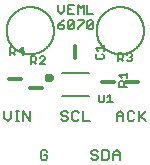
<source format=gbr>
G04 EAGLE Gerber RS-274X export*
G75*
%MOMM*%
%FSLAX34Y34*%
%LPD*%
%INSilkscreen Top*%
%IPPOS*%
%AMOC8*
5,1,8,0,0,1.08239X$1,22.5*%
G01*
%ADD10C,0.152400*%
%ADD11C,0.127000*%
%ADD12C,0.406400*%
%ADD13C,0.304800*%
%ADD14C,0.203200*%


D10*
X3528Y46235D02*
X3528Y40473D01*
X6410Y37592D01*
X9291Y40473D01*
X9291Y46235D01*
X12884Y37592D02*
X15765Y37592D01*
X14324Y37592D02*
X14324Y46235D01*
X12884Y46235D02*
X15765Y46235D01*
X19120Y46235D02*
X19120Y37592D01*
X24883Y37592D02*
X19120Y46235D01*
X24883Y46235D02*
X24883Y37592D01*
X38506Y13215D02*
X39947Y11775D01*
X38506Y13215D02*
X35625Y13215D01*
X34184Y11775D01*
X34184Y6013D01*
X35625Y4572D01*
X38506Y4572D01*
X39947Y6013D01*
X39947Y8894D01*
X37066Y8894D01*
X98489Y37592D02*
X98489Y43354D01*
X101370Y46235D01*
X104251Y43354D01*
X104251Y37592D01*
X104251Y41914D02*
X98489Y41914D01*
X112166Y46235D02*
X113607Y44795D01*
X112166Y46235D02*
X109285Y46235D01*
X107844Y44795D01*
X107844Y39033D01*
X109285Y37592D01*
X112166Y37592D01*
X113607Y39033D01*
X117200Y37592D02*
X117200Y46235D01*
X117200Y40473D02*
X122962Y46235D01*
X118640Y41914D02*
X122962Y37592D01*
X82661Y11775D02*
X81221Y13215D01*
X78340Y13215D01*
X76899Y11775D01*
X76899Y10334D01*
X78340Y8894D01*
X81221Y8894D01*
X82661Y7453D01*
X82661Y6013D01*
X81221Y4572D01*
X78340Y4572D01*
X76899Y6013D01*
X86254Y4572D02*
X86254Y13215D01*
X86254Y4572D02*
X90576Y4572D01*
X92017Y6013D01*
X92017Y11775D01*
X90576Y13215D01*
X86254Y13215D01*
X95610Y10334D02*
X95610Y4572D01*
X95610Y10334D02*
X98491Y13215D01*
X101372Y10334D01*
X101372Y4572D01*
X101372Y8894D02*
X95610Y8894D01*
X57261Y44795D02*
X55821Y46235D01*
X52940Y46235D01*
X51499Y44795D01*
X51499Y43354D01*
X52940Y41914D01*
X55821Y41914D01*
X57261Y40473D01*
X57261Y39033D01*
X55821Y37592D01*
X52940Y37592D01*
X51499Y39033D01*
X65176Y46235D02*
X66617Y44795D01*
X65176Y46235D02*
X62295Y46235D01*
X60854Y44795D01*
X60854Y39033D01*
X62295Y37592D01*
X65176Y37592D01*
X66617Y39033D01*
X70210Y37592D02*
X70210Y46235D01*
X70210Y37592D02*
X75972Y37592D01*
D11*
X49033Y131130D02*
X49033Y136214D01*
X49033Y131130D02*
X51576Y128588D01*
X54118Y131130D01*
X54118Y136214D01*
X57219Y136214D02*
X62304Y136214D01*
X57219Y136214D02*
X57219Y128588D01*
X62304Y128588D01*
X59761Y132401D02*
X57219Y132401D01*
X65405Y128588D02*
X65405Y136214D01*
X67947Y133672D01*
X70489Y136214D01*
X70489Y128588D01*
X73591Y128588D02*
X73591Y136214D01*
X73591Y128588D02*
X78675Y128588D01*
X54118Y122879D02*
X51576Y121608D01*
X49033Y119066D01*
X49033Y116524D01*
X50305Y115253D01*
X52847Y115253D01*
X54118Y116524D01*
X54118Y117795D01*
X52847Y119066D01*
X49033Y119066D01*
X57219Y116524D02*
X57219Y121608D01*
X58490Y122879D01*
X61032Y122879D01*
X62304Y121608D01*
X62304Y116524D01*
X61032Y115253D01*
X58490Y115253D01*
X57219Y116524D01*
X62304Y121608D01*
X65405Y122879D02*
X70489Y122879D01*
X70489Y121608D01*
X65405Y116524D01*
X65405Y115253D01*
X73591Y116524D02*
X73591Y121608D01*
X74862Y122879D01*
X77404Y122879D01*
X78675Y121608D01*
X78675Y116524D01*
X77404Y115253D01*
X74862Y115253D01*
X73591Y116524D01*
X78675Y121608D01*
X75000Y78580D02*
X52000Y78580D01*
X52000Y58580D02*
X75000Y58580D01*
D12*
X39419Y74580D02*
X39421Y74659D01*
X39427Y74739D01*
X39437Y74818D01*
X39451Y74896D01*
X39469Y74973D01*
X39490Y75050D01*
X39516Y75125D01*
X39545Y75199D01*
X39578Y75271D01*
X39615Y75342D01*
X39655Y75410D01*
X39698Y75477D01*
X39745Y75541D01*
X39795Y75603D01*
X39848Y75662D01*
X39903Y75719D01*
X39962Y75772D01*
X40023Y75823D01*
X40087Y75871D01*
X40153Y75915D01*
X40221Y75956D01*
X40291Y75993D01*
X40363Y76027D01*
X40437Y76057D01*
X40511Y76084D01*
X40588Y76106D01*
X40665Y76125D01*
X40743Y76140D01*
X40822Y76151D01*
X40901Y76158D01*
X40980Y76161D01*
X41060Y76160D01*
X41139Y76155D01*
X41218Y76146D01*
X41296Y76133D01*
X41374Y76116D01*
X41451Y76095D01*
X41526Y76071D01*
X41600Y76043D01*
X41673Y76011D01*
X41744Y75975D01*
X41813Y75936D01*
X41880Y75893D01*
X41945Y75847D01*
X42008Y75798D01*
X42068Y75746D01*
X42125Y75691D01*
X42179Y75633D01*
X42231Y75572D01*
X42279Y75509D01*
X42324Y75444D01*
X42366Y75376D01*
X42404Y75307D01*
X42439Y75235D01*
X42470Y75162D01*
X42497Y75087D01*
X42521Y75012D01*
X42541Y74935D01*
X42557Y74857D01*
X42569Y74778D01*
X42577Y74699D01*
X42581Y74620D01*
X42581Y74540D01*
X42577Y74461D01*
X42569Y74382D01*
X42557Y74303D01*
X42541Y74225D01*
X42521Y74148D01*
X42497Y74073D01*
X42470Y73998D01*
X42439Y73925D01*
X42404Y73853D01*
X42366Y73784D01*
X42324Y73716D01*
X42279Y73651D01*
X42231Y73588D01*
X42179Y73527D01*
X42125Y73469D01*
X42068Y73414D01*
X42008Y73362D01*
X41945Y73313D01*
X41880Y73267D01*
X41813Y73224D01*
X41744Y73185D01*
X41673Y73149D01*
X41600Y73117D01*
X41526Y73089D01*
X41451Y73065D01*
X41374Y73044D01*
X41296Y73027D01*
X41218Y73014D01*
X41139Y73005D01*
X41060Y73000D01*
X40980Y72999D01*
X40901Y73002D01*
X40822Y73009D01*
X40743Y73020D01*
X40665Y73035D01*
X40588Y73054D01*
X40511Y73076D01*
X40437Y73103D01*
X40363Y73133D01*
X40291Y73167D01*
X40221Y73204D01*
X40153Y73245D01*
X40087Y73289D01*
X40023Y73337D01*
X39962Y73388D01*
X39903Y73441D01*
X39848Y73498D01*
X39795Y73557D01*
X39745Y73619D01*
X39698Y73683D01*
X39655Y73750D01*
X39615Y73818D01*
X39578Y73889D01*
X39545Y73961D01*
X39516Y74035D01*
X39490Y74110D01*
X39469Y74187D01*
X39451Y74264D01*
X39437Y74342D01*
X39427Y74421D01*
X39421Y74501D01*
X39419Y74580D01*
D10*
X83232Y60052D02*
X83232Y54544D01*
X84334Y53442D01*
X86537Y53442D01*
X87638Y54544D01*
X87638Y60052D01*
X90716Y57848D02*
X92919Y60052D01*
X92919Y53442D01*
X90716Y53442D02*
X95123Y53442D01*
D13*
X63500Y91440D02*
X63500Y101600D01*
D10*
X80766Y93239D02*
X81868Y94340D01*
X80766Y93239D02*
X80766Y91035D01*
X81868Y89934D01*
X86274Y89934D01*
X87376Y91035D01*
X87376Y93239D01*
X86274Y94340D01*
X82970Y97418D02*
X80766Y99621D01*
X87376Y99621D01*
X87376Y97418D02*
X87376Y101824D01*
D13*
X86360Y71120D02*
X96520Y71120D01*
D10*
X100578Y66802D02*
X107188Y66802D01*
X100578Y66802D02*
X100578Y70107D01*
X101680Y71208D01*
X103883Y71208D01*
X104985Y70107D01*
X104985Y66802D01*
X104985Y69005D02*
X107188Y71208D01*
X102782Y74286D02*
X100578Y76489D01*
X107188Y76489D01*
X107188Y74286D02*
X107188Y78693D01*
D13*
X35560Y66040D02*
X25400Y66040D01*
D10*
X26162Y85852D02*
X26162Y92462D01*
X29467Y92462D01*
X30568Y91360D01*
X30568Y89157D01*
X29467Y88055D01*
X26162Y88055D01*
X28365Y88055D02*
X30568Y85852D01*
X33646Y85852D02*
X38053Y85852D01*
X38053Y90258D02*
X33646Y85852D01*
X38053Y90258D02*
X38053Y91360D01*
X36951Y92462D01*
X34748Y92462D01*
X33646Y91360D01*
D13*
X106680Y71120D02*
X116840Y71120D01*
D10*
X99822Y88392D02*
X99822Y95002D01*
X103127Y95002D01*
X104228Y93900D01*
X104228Y91697D01*
X103127Y90595D01*
X99822Y90595D01*
X102025Y90595D02*
X104228Y88392D01*
X107306Y93900D02*
X108408Y95002D01*
X110611Y95002D01*
X111713Y93900D01*
X111713Y92798D01*
X110611Y91697D01*
X109509Y91697D01*
X110611Y91697D02*
X111713Y90595D01*
X111713Y89494D01*
X110611Y88392D01*
X108408Y88392D01*
X107306Y89494D01*
D13*
X17780Y73660D02*
X7620Y73660D01*
D10*
X8382Y93472D02*
X8382Y100082D01*
X11687Y100082D01*
X12788Y98980D01*
X12788Y96777D01*
X11687Y95675D01*
X8382Y95675D01*
X10585Y95675D02*
X12788Y93472D01*
X19171Y93472D02*
X19171Y100082D01*
X15866Y96777D01*
X20273Y96777D01*
D14*
X5400Y114300D02*
X5406Y114791D01*
X5424Y115281D01*
X5454Y115771D01*
X5496Y116260D01*
X5550Y116748D01*
X5616Y117235D01*
X5694Y117719D01*
X5784Y118202D01*
X5886Y118682D01*
X5999Y119160D01*
X6124Y119634D01*
X6261Y120106D01*
X6409Y120574D01*
X6569Y121038D01*
X6740Y121498D01*
X6922Y121954D01*
X7116Y122405D01*
X7320Y122851D01*
X7536Y123292D01*
X7762Y123728D01*
X7998Y124158D01*
X8245Y124582D01*
X8503Y125000D01*
X8771Y125411D01*
X9048Y125816D01*
X9336Y126214D01*
X9633Y126605D01*
X9940Y126988D01*
X10256Y127363D01*
X10581Y127731D01*
X10915Y128091D01*
X11258Y128442D01*
X11609Y128785D01*
X11969Y129119D01*
X12337Y129444D01*
X12712Y129760D01*
X13095Y130067D01*
X13486Y130364D01*
X13884Y130652D01*
X14289Y130929D01*
X14700Y131197D01*
X15118Y131455D01*
X15542Y131702D01*
X15972Y131938D01*
X16408Y132164D01*
X16849Y132380D01*
X17295Y132584D01*
X17746Y132778D01*
X18202Y132960D01*
X18662Y133131D01*
X19126Y133291D01*
X19594Y133439D01*
X20066Y133576D01*
X20540Y133701D01*
X21018Y133814D01*
X21498Y133916D01*
X21981Y134006D01*
X22465Y134084D01*
X22952Y134150D01*
X23440Y134204D01*
X23929Y134246D01*
X24419Y134276D01*
X24909Y134294D01*
X25400Y134300D01*
X25891Y134294D01*
X26381Y134276D01*
X26871Y134246D01*
X27360Y134204D01*
X27848Y134150D01*
X28335Y134084D01*
X28819Y134006D01*
X29302Y133916D01*
X29782Y133814D01*
X30260Y133701D01*
X30734Y133576D01*
X31206Y133439D01*
X31674Y133291D01*
X32138Y133131D01*
X32598Y132960D01*
X33054Y132778D01*
X33505Y132584D01*
X33951Y132380D01*
X34392Y132164D01*
X34828Y131938D01*
X35258Y131702D01*
X35682Y131455D01*
X36100Y131197D01*
X36511Y130929D01*
X36916Y130652D01*
X37314Y130364D01*
X37705Y130067D01*
X38088Y129760D01*
X38463Y129444D01*
X38831Y129119D01*
X39191Y128785D01*
X39542Y128442D01*
X39885Y128091D01*
X40219Y127731D01*
X40544Y127363D01*
X40860Y126988D01*
X41167Y126605D01*
X41464Y126214D01*
X41752Y125816D01*
X42029Y125411D01*
X42297Y125000D01*
X42555Y124582D01*
X42802Y124158D01*
X43038Y123728D01*
X43264Y123292D01*
X43480Y122851D01*
X43684Y122405D01*
X43878Y121954D01*
X44060Y121498D01*
X44231Y121038D01*
X44391Y120574D01*
X44539Y120106D01*
X44676Y119634D01*
X44801Y119160D01*
X44914Y118682D01*
X45016Y118202D01*
X45106Y117719D01*
X45184Y117235D01*
X45250Y116748D01*
X45304Y116260D01*
X45346Y115771D01*
X45376Y115281D01*
X45394Y114791D01*
X45400Y114300D01*
X45394Y113809D01*
X45376Y113319D01*
X45346Y112829D01*
X45304Y112340D01*
X45250Y111852D01*
X45184Y111365D01*
X45106Y110881D01*
X45016Y110398D01*
X44914Y109918D01*
X44801Y109440D01*
X44676Y108966D01*
X44539Y108494D01*
X44391Y108026D01*
X44231Y107562D01*
X44060Y107102D01*
X43878Y106646D01*
X43684Y106195D01*
X43480Y105749D01*
X43264Y105308D01*
X43038Y104872D01*
X42802Y104442D01*
X42555Y104018D01*
X42297Y103600D01*
X42029Y103189D01*
X41752Y102784D01*
X41464Y102386D01*
X41167Y101995D01*
X40860Y101612D01*
X40544Y101237D01*
X40219Y100869D01*
X39885Y100509D01*
X39542Y100158D01*
X39191Y99815D01*
X38831Y99481D01*
X38463Y99156D01*
X38088Y98840D01*
X37705Y98533D01*
X37314Y98236D01*
X36916Y97948D01*
X36511Y97671D01*
X36100Y97403D01*
X35682Y97145D01*
X35258Y96898D01*
X34828Y96662D01*
X34392Y96436D01*
X33951Y96220D01*
X33505Y96016D01*
X33054Y95822D01*
X32598Y95640D01*
X32138Y95469D01*
X31674Y95309D01*
X31206Y95161D01*
X30734Y95024D01*
X30260Y94899D01*
X29782Y94786D01*
X29302Y94684D01*
X28819Y94594D01*
X28335Y94516D01*
X27848Y94450D01*
X27360Y94396D01*
X26871Y94354D01*
X26381Y94324D01*
X25891Y94306D01*
X25400Y94300D01*
X24909Y94306D01*
X24419Y94324D01*
X23929Y94354D01*
X23440Y94396D01*
X22952Y94450D01*
X22465Y94516D01*
X21981Y94594D01*
X21498Y94684D01*
X21018Y94786D01*
X20540Y94899D01*
X20066Y95024D01*
X19594Y95161D01*
X19126Y95309D01*
X18662Y95469D01*
X18202Y95640D01*
X17746Y95822D01*
X17295Y96016D01*
X16849Y96220D01*
X16408Y96436D01*
X15972Y96662D01*
X15542Y96898D01*
X15118Y97145D01*
X14700Y97403D01*
X14289Y97671D01*
X13884Y97948D01*
X13486Y98236D01*
X13095Y98533D01*
X12712Y98840D01*
X12337Y99156D01*
X11969Y99481D01*
X11609Y99815D01*
X11258Y100158D01*
X10915Y100509D01*
X10581Y100869D01*
X10256Y101237D01*
X9940Y101612D01*
X9633Y101995D01*
X9336Y102386D01*
X9048Y102784D01*
X8771Y103189D01*
X8503Y103600D01*
X8245Y104018D01*
X7998Y104442D01*
X7762Y104872D01*
X7536Y105308D01*
X7320Y105749D01*
X7116Y106195D01*
X6922Y106646D01*
X6740Y107102D01*
X6569Y107562D01*
X6409Y108026D01*
X6261Y108494D01*
X6124Y108966D01*
X5999Y109440D01*
X5886Y109918D01*
X5784Y110398D01*
X5694Y110881D01*
X5616Y111365D01*
X5550Y111852D01*
X5496Y112340D01*
X5454Y112829D01*
X5424Y113319D01*
X5406Y113809D01*
X5400Y114300D01*
X81600Y114300D02*
X81606Y114791D01*
X81624Y115281D01*
X81654Y115771D01*
X81696Y116260D01*
X81750Y116748D01*
X81816Y117235D01*
X81894Y117719D01*
X81984Y118202D01*
X82086Y118682D01*
X82199Y119160D01*
X82324Y119634D01*
X82461Y120106D01*
X82609Y120574D01*
X82769Y121038D01*
X82940Y121498D01*
X83122Y121954D01*
X83316Y122405D01*
X83520Y122851D01*
X83736Y123292D01*
X83962Y123728D01*
X84198Y124158D01*
X84445Y124582D01*
X84703Y125000D01*
X84971Y125411D01*
X85248Y125816D01*
X85536Y126214D01*
X85833Y126605D01*
X86140Y126988D01*
X86456Y127363D01*
X86781Y127731D01*
X87115Y128091D01*
X87458Y128442D01*
X87809Y128785D01*
X88169Y129119D01*
X88537Y129444D01*
X88912Y129760D01*
X89295Y130067D01*
X89686Y130364D01*
X90084Y130652D01*
X90489Y130929D01*
X90900Y131197D01*
X91318Y131455D01*
X91742Y131702D01*
X92172Y131938D01*
X92608Y132164D01*
X93049Y132380D01*
X93495Y132584D01*
X93946Y132778D01*
X94402Y132960D01*
X94862Y133131D01*
X95326Y133291D01*
X95794Y133439D01*
X96266Y133576D01*
X96740Y133701D01*
X97218Y133814D01*
X97698Y133916D01*
X98181Y134006D01*
X98665Y134084D01*
X99152Y134150D01*
X99640Y134204D01*
X100129Y134246D01*
X100619Y134276D01*
X101109Y134294D01*
X101600Y134300D01*
X102091Y134294D01*
X102581Y134276D01*
X103071Y134246D01*
X103560Y134204D01*
X104048Y134150D01*
X104535Y134084D01*
X105019Y134006D01*
X105502Y133916D01*
X105982Y133814D01*
X106460Y133701D01*
X106934Y133576D01*
X107406Y133439D01*
X107874Y133291D01*
X108338Y133131D01*
X108798Y132960D01*
X109254Y132778D01*
X109705Y132584D01*
X110151Y132380D01*
X110592Y132164D01*
X111028Y131938D01*
X111458Y131702D01*
X111882Y131455D01*
X112300Y131197D01*
X112711Y130929D01*
X113116Y130652D01*
X113514Y130364D01*
X113905Y130067D01*
X114288Y129760D01*
X114663Y129444D01*
X115031Y129119D01*
X115391Y128785D01*
X115742Y128442D01*
X116085Y128091D01*
X116419Y127731D01*
X116744Y127363D01*
X117060Y126988D01*
X117367Y126605D01*
X117664Y126214D01*
X117952Y125816D01*
X118229Y125411D01*
X118497Y125000D01*
X118755Y124582D01*
X119002Y124158D01*
X119238Y123728D01*
X119464Y123292D01*
X119680Y122851D01*
X119884Y122405D01*
X120078Y121954D01*
X120260Y121498D01*
X120431Y121038D01*
X120591Y120574D01*
X120739Y120106D01*
X120876Y119634D01*
X121001Y119160D01*
X121114Y118682D01*
X121216Y118202D01*
X121306Y117719D01*
X121384Y117235D01*
X121450Y116748D01*
X121504Y116260D01*
X121546Y115771D01*
X121576Y115281D01*
X121594Y114791D01*
X121600Y114300D01*
X121594Y113809D01*
X121576Y113319D01*
X121546Y112829D01*
X121504Y112340D01*
X121450Y111852D01*
X121384Y111365D01*
X121306Y110881D01*
X121216Y110398D01*
X121114Y109918D01*
X121001Y109440D01*
X120876Y108966D01*
X120739Y108494D01*
X120591Y108026D01*
X120431Y107562D01*
X120260Y107102D01*
X120078Y106646D01*
X119884Y106195D01*
X119680Y105749D01*
X119464Y105308D01*
X119238Y104872D01*
X119002Y104442D01*
X118755Y104018D01*
X118497Y103600D01*
X118229Y103189D01*
X117952Y102784D01*
X117664Y102386D01*
X117367Y101995D01*
X117060Y101612D01*
X116744Y101237D01*
X116419Y100869D01*
X116085Y100509D01*
X115742Y100158D01*
X115391Y99815D01*
X115031Y99481D01*
X114663Y99156D01*
X114288Y98840D01*
X113905Y98533D01*
X113514Y98236D01*
X113116Y97948D01*
X112711Y97671D01*
X112300Y97403D01*
X111882Y97145D01*
X111458Y96898D01*
X111028Y96662D01*
X110592Y96436D01*
X110151Y96220D01*
X109705Y96016D01*
X109254Y95822D01*
X108798Y95640D01*
X108338Y95469D01*
X107874Y95309D01*
X107406Y95161D01*
X106934Y95024D01*
X106460Y94899D01*
X105982Y94786D01*
X105502Y94684D01*
X105019Y94594D01*
X104535Y94516D01*
X104048Y94450D01*
X103560Y94396D01*
X103071Y94354D01*
X102581Y94324D01*
X102091Y94306D01*
X101600Y94300D01*
X101109Y94306D01*
X100619Y94324D01*
X100129Y94354D01*
X99640Y94396D01*
X99152Y94450D01*
X98665Y94516D01*
X98181Y94594D01*
X97698Y94684D01*
X97218Y94786D01*
X96740Y94899D01*
X96266Y95024D01*
X95794Y95161D01*
X95326Y95309D01*
X94862Y95469D01*
X94402Y95640D01*
X93946Y95822D01*
X93495Y96016D01*
X93049Y96220D01*
X92608Y96436D01*
X92172Y96662D01*
X91742Y96898D01*
X91318Y97145D01*
X90900Y97403D01*
X90489Y97671D01*
X90084Y97948D01*
X89686Y98236D01*
X89295Y98533D01*
X88912Y98840D01*
X88537Y99156D01*
X88169Y99481D01*
X87809Y99815D01*
X87458Y100158D01*
X87115Y100509D01*
X86781Y100869D01*
X86456Y101237D01*
X86140Y101612D01*
X85833Y101995D01*
X85536Y102386D01*
X85248Y102784D01*
X84971Y103189D01*
X84703Y103600D01*
X84445Y104018D01*
X84198Y104442D01*
X83962Y104872D01*
X83736Y105308D01*
X83520Y105749D01*
X83316Y106195D01*
X83122Y106646D01*
X82940Y107102D01*
X82769Y107562D01*
X82609Y108026D01*
X82461Y108494D01*
X82324Y108966D01*
X82199Y109440D01*
X82086Y109918D01*
X81984Y110398D01*
X81894Y110881D01*
X81816Y111365D01*
X81750Y111852D01*
X81696Y112340D01*
X81654Y112829D01*
X81624Y113319D01*
X81606Y113809D01*
X81600Y114300D01*
M02*

</source>
